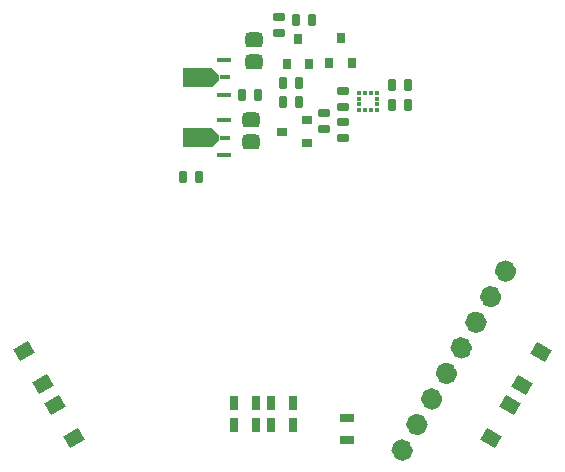
<source format=gtp>
G04 Layer_Color=8421504*
%FSLAX24Y24*%
%MOIN*%
G70*
G01*
G75*
%ADD57C,0.0354*%
G04:AMPARAMS|DCode=58|XSize=45.2mil|YSize=57.1mil|CornerRadius=0mil|HoleSize=0mil|Usage=FLASHONLY|Rotation=240.000|XOffset=0mil|YOffset=0mil|HoleType=Round|Shape=Rectangle|*
%AMROTATEDRECTD58*
4,1,4,-0.0134,0.0339,0.0360,0.0053,0.0134,-0.0339,-0.0360,-0.0053,-0.0134,0.0339,0.0*
%
%ADD58ROTATEDRECTD58*%

G04:AMPARAMS|DCode=59|XSize=45.2mil|YSize=57.1mil|CornerRadius=0mil|HoleSize=0mil|Usage=FLASHONLY|Rotation=300.000|XOffset=0mil|YOffset=0mil|HoleType=Round|Shape=Rectangle|*
%AMROTATEDRECTD59*
4,1,4,-0.0360,0.0053,0.0134,0.0339,0.0360,-0.0053,-0.0134,-0.0339,-0.0360,0.0053,0.0*
%
%ADD59ROTATEDRECTD59*%

G04:AMPARAMS|DCode=60|XSize=50mil|YSize=58mil|CornerRadius=12mil|HoleSize=0mil|Usage=FLASHONLY|Rotation=270.000|XOffset=0mil|YOffset=0mil|HoleType=Round|Shape=RoundedRectangle|*
%AMROUNDEDRECTD60*
21,1,0.0500,0.0340,0,0,270.0*
21,1,0.0260,0.0580,0,0,270.0*
1,1,0.0240,-0.0170,-0.0130*
1,1,0.0240,-0.0170,0.0130*
1,1,0.0240,0.0170,0.0130*
1,1,0.0240,0.0170,-0.0130*
%
%ADD60ROUNDEDRECTD60*%
%ADD61R,0.0452X0.0177*%
%ADD62R,0.0374X0.0177*%
G04:AMPARAMS|DCode=63|XSize=27.1mil|YSize=37.4mil|CornerRadius=4.8mil|HoleSize=0mil|Usage=FLASHONLY|Rotation=0.000|XOffset=0mil|YOffset=0mil|HoleType=Round|Shape=RoundedRectangle|*
%AMROUNDEDRECTD63*
21,1,0.0271,0.0277,0,0,0.0*
21,1,0.0175,0.0374,0,0,0.0*
1,1,0.0097,0.0087,-0.0139*
1,1,0.0097,-0.0087,-0.0139*
1,1,0.0097,-0.0087,0.0139*
1,1,0.0097,0.0087,0.0139*
%
%ADD63ROUNDEDRECTD63*%
%ADD64R,0.0300X0.0340*%
%ADD65R,0.0340X0.0300*%
%ADD66R,0.0472X0.0315*%
%ADD67R,0.0140X0.0130*%
%ADD68R,0.0130X0.0140*%
%ADD69R,0.0315X0.0472*%
G04:AMPARAMS|DCode=70|XSize=27.1mil|YSize=37.4mil|CornerRadius=4.8mil|HoleSize=0mil|Usage=FLASHONLY|Rotation=90.000|XOffset=0mil|YOffset=0mil|HoleType=Round|Shape=RoundedRectangle|*
%AMROUNDEDRECTD70*
21,1,0.0271,0.0277,0,0,90.0*
21,1,0.0175,0.0374,0,0,90.0*
1,1,0.0097,0.0139,0.0087*
1,1,0.0097,0.0139,-0.0087*
1,1,0.0097,-0.0139,-0.0087*
1,1,0.0097,-0.0139,0.0087*
%
%ADD70ROUNDEDRECTD70*%
G36*
X2395Y12560D02*
X2625Y12330D01*
Y12142D01*
X2395Y11911D01*
X1425Y11911D01*
X1425Y12560D01*
X2395Y12560D01*
D02*
G37*
G36*
X2388Y14570D02*
X2618Y14340D01*
Y14151D01*
X2388Y13921D01*
X1418Y13921D01*
X1418Y14570D01*
X2388Y14570D01*
D02*
G37*
D57*
X8902Y1820D02*
G03*
X8902Y1820I-177J0D01*
G01*
X9394Y2673D02*
G03*
X9394Y2673I-177J0D01*
G01*
X9886Y3525D02*
G03*
X9886Y3525I-177J0D01*
G01*
X10378Y4377D02*
G03*
X10378Y4377I-177J0D01*
G01*
X10870Y5230D02*
G03*
X10870Y5230I-177J0D01*
G01*
X11363Y6082D02*
G03*
X11363Y6082I-177J0D01*
G01*
X11855Y6935D02*
G03*
X11855Y6935I-177J0D01*
G01*
X12347Y7787D02*
G03*
X12347Y7787I-177J0D01*
G01*
D58*
X12330Y3310D02*
D03*
X11700Y2219D02*
D03*
X13360Y5090D02*
D03*
X12730Y3999D02*
D03*
D59*
X-2850Y3320D02*
D03*
X-2220Y2229D02*
D03*
X-3870Y5120D02*
D03*
X-3240Y4029D02*
D03*
D60*
X3700Y12080D02*
D03*
Y12834D02*
D03*
X3790Y14750D02*
D03*
Y15504D02*
D03*
D61*
X2793Y11645D02*
D03*
X2793Y12826D02*
D03*
X2786Y14836D02*
D03*
Y13655D02*
D03*
D62*
X2832Y12236D02*
D03*
X2825Y14246D02*
D03*
D63*
X1968Y10940D02*
D03*
X1432D02*
D03*
X8928Y13980D02*
D03*
X8392D02*
D03*
X8928Y13340D02*
D03*
X8392D02*
D03*
X3382Y13650D02*
D03*
X3918D02*
D03*
X5278Y13410D02*
D03*
X4742D02*
D03*
X4747Y14074D02*
D03*
X5283D02*
D03*
X5177Y16154D02*
D03*
X5713D02*
D03*
D64*
X6675Y15564D02*
D03*
X7055Y14731D02*
D03*
X6301D02*
D03*
X5255Y15514D02*
D03*
X5635Y14681D02*
D03*
X4881D02*
D03*
D65*
X4730Y12440D02*
D03*
X5564Y12820D02*
D03*
Y12066D02*
D03*
D66*
X6895Y2160D02*
D03*
Y2888D02*
D03*
D67*
X7295Y13731D02*
D03*
X7885D02*
D03*
X7295Y13538D02*
D03*
X7885D02*
D03*
X7295Y13342D02*
D03*
X7885D02*
D03*
X7295Y13149D02*
D03*
X7885D02*
D03*
D68*
X7492Y13735D02*
D03*
X7688D02*
D03*
X7492Y13145D02*
D03*
X7688D02*
D03*
D69*
X3111Y2649D02*
D03*
X3839D02*
D03*
X4366D02*
D03*
X5095D02*
D03*
X4366Y3399D02*
D03*
X5095D02*
D03*
X3111D02*
D03*
X3839D02*
D03*
D70*
X6750Y12752D02*
D03*
Y12217D02*
D03*
Y13267D02*
D03*
Y13802D02*
D03*
X4615Y16262D02*
D03*
Y15727D02*
D03*
X6135Y12531D02*
D03*
Y13066D02*
D03*
M02*

</source>
